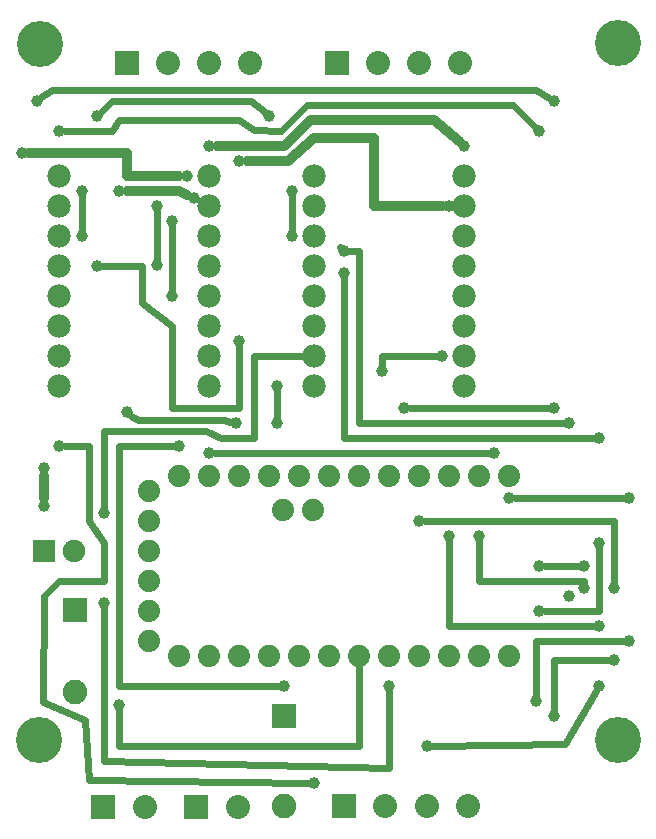
<source format=gtl>
G04 MADE WITH FRITZING*
G04 WWW.FRITZING.ORG*
G04 DOUBLE SIDED*
G04 HOLES PLATED*
G04 CONTOUR ON CENTER OF CONTOUR VECTOR*
%ASAXBY*%
%FSLAX23Y23*%
%MOIN*%
%OFA0B0*%
%SFA1.0B1.0*%
%ADD10C,0.039370*%
%ADD11C,0.082000*%
%ADD12C,0.080000*%
%ADD13C,0.153543*%
%ADD14C,0.075000*%
%ADD15C,0.074000*%
%ADD16C,0.078000*%
%ADD17R,0.082000X0.082000*%
%ADD18R,0.080000X0.080000*%
%ADD19R,0.075000X0.075000*%
%ADD20C,0.032000*%
%ADD21C,0.024000*%
%LNCOPPER1*%
G90*
G70*
G54D10*
X541Y2048D03*
X541Y1798D03*
X491Y2098D03*
X493Y1899D03*
X1516Y2298D03*
X666Y2298D03*
X166Y2348D03*
X591Y2198D03*
X41Y2273D03*
X616Y2123D03*
X116Y1098D03*
X116Y1223D03*
X366Y2148D03*
X766Y2248D03*
X1466Y2098D03*
X291Y2398D03*
X866Y2398D03*
X1316Y1423D03*
X1766Y2348D03*
X1816Y1423D03*
X1241Y1548D03*
X1441Y1598D03*
X1116Y1948D03*
X1866Y1373D03*
X1766Y748D03*
X1116Y1873D03*
X666Y1273D03*
X1616Y1273D03*
X941Y2148D03*
X941Y1998D03*
X241Y2148D03*
X241Y1998D03*
X291Y1898D03*
X766Y1648D03*
X566Y1298D03*
X916Y498D03*
X1916Y898D03*
X1766Y898D03*
X91Y2448D03*
X1816Y2448D03*
X1966Y1323D03*
X1966Y973D03*
X1666Y1123D03*
X2066Y1123D03*
X1366Y1048D03*
X2016Y823D03*
X1466Y998D03*
X1566Y998D03*
X1391Y298D03*
X1916Y823D03*
X1866Y798D03*
X166Y1298D03*
X1966Y698D03*
X1966Y498D03*
X1016Y173D03*
X1266Y498D03*
X316Y1073D03*
X316Y773D03*
X891Y1498D03*
X391Y1409D03*
X366Y434D03*
X1755Y448D03*
X2066Y648D03*
X1816Y398D03*
X2016Y584D03*
X755Y1373D03*
X891Y1373D03*
G54D11*
X218Y751D03*
X218Y475D03*
G54D12*
X1116Y98D03*
X1253Y98D03*
X1391Y98D03*
X1529Y98D03*
X391Y2573D03*
X528Y2573D03*
X666Y2573D03*
X804Y2573D03*
X1091Y2573D03*
X1228Y2573D03*
X1366Y2573D03*
X1504Y2573D03*
G54D11*
X916Y396D03*
X916Y98D03*
G54D12*
X623Y93D03*
X761Y93D03*
X313Y93D03*
X451Y93D03*
G54D13*
X100Y318D03*
X2029Y318D03*
X2029Y2641D03*
X104Y2635D03*
G54D14*
X116Y947D03*
X216Y947D03*
G54D15*
X466Y1148D03*
X466Y1048D03*
X466Y948D03*
X466Y848D03*
X466Y748D03*
X466Y648D03*
X566Y1198D03*
X666Y1198D03*
X766Y1198D03*
X866Y1198D03*
X966Y1198D03*
X911Y1083D03*
X1011Y1083D03*
X1066Y1198D03*
X1166Y1198D03*
X1266Y1198D03*
X1366Y1198D03*
X1466Y1198D03*
X1566Y1198D03*
X1666Y1198D03*
X1666Y598D03*
X1566Y598D03*
X1466Y598D03*
X1366Y598D03*
X1266Y598D03*
X1166Y598D03*
X1066Y598D03*
X966Y598D03*
X866Y598D03*
X766Y598D03*
X666Y598D03*
X566Y598D03*
G54D16*
X667Y2197D03*
X667Y2097D03*
X667Y1997D03*
X667Y1897D03*
X667Y1797D03*
X667Y1697D03*
X667Y1597D03*
X667Y1497D03*
X166Y2198D03*
X166Y2098D03*
X166Y1998D03*
X166Y1898D03*
X166Y1798D03*
X166Y1698D03*
X166Y1598D03*
X166Y1498D03*
X1016Y2198D03*
X1016Y2098D03*
X1016Y1998D03*
X1016Y1898D03*
X1016Y1798D03*
X1016Y1698D03*
X1016Y1598D03*
X1016Y1498D03*
X1516Y2198D03*
X1516Y2098D03*
X1516Y1998D03*
X1516Y1898D03*
X1516Y1798D03*
X1516Y1698D03*
X1516Y1598D03*
X1516Y1498D03*
G54D17*
X218Y751D03*
G54D18*
X1116Y98D03*
X391Y2573D03*
X1091Y2573D03*
G54D17*
X916Y397D03*
G54D18*
X623Y93D03*
X313Y93D03*
G54D19*
X116Y947D03*
G54D20*
X1416Y2384D02*
X1005Y2384D01*
D02*
X1005Y2384D02*
X916Y2298D01*
D02*
X916Y2298D02*
X691Y2298D01*
D02*
X1498Y2314D02*
X1416Y2384D01*
G54D21*
D02*
X491Y2079D02*
X492Y1918D01*
D02*
X541Y2029D02*
X541Y1817D01*
G54D20*
D02*
X116Y1198D02*
X116Y1122D01*
D02*
X566Y2148D02*
X391Y2148D01*
D02*
X594Y2134D02*
X566Y2148D01*
D02*
X66Y2273D02*
X391Y2273D01*
D02*
X391Y2273D02*
X391Y2198D01*
D02*
X391Y2198D02*
X567Y2198D01*
G54D21*
D02*
X1680Y2434D02*
X991Y2434D01*
D02*
X991Y2434D02*
X905Y2348D01*
D02*
X905Y2348D02*
X817Y2349D01*
D02*
X817Y2349D02*
X766Y2384D01*
D02*
X766Y2384D02*
X366Y2384D01*
D02*
X366Y2384D02*
X341Y2348D01*
D02*
X341Y2348D02*
X185Y2348D01*
D02*
X805Y2448D02*
X851Y2410D01*
D02*
X341Y2448D02*
X805Y2448D01*
D02*
X1847Y1373D02*
X1166Y1373D01*
D02*
X1166Y1373D02*
X1166Y1948D01*
D02*
X1241Y1567D02*
X1241Y1598D01*
D02*
X1241Y1598D02*
X1422Y1598D01*
D02*
X1797Y1423D02*
X1335Y1423D01*
D02*
X305Y2411D02*
X341Y2448D01*
D02*
X1753Y2361D02*
X1680Y2434D01*
D02*
X941Y2129D02*
X941Y2017D01*
D02*
X241Y2017D02*
X241Y2129D01*
D02*
X1597Y1273D02*
X685Y1273D01*
D02*
X1785Y748D02*
X1966Y748D01*
D02*
X1966Y748D02*
X1966Y954D01*
D02*
X1947Y1323D02*
X1116Y1323D01*
D02*
X1116Y1323D02*
X1116Y1854D01*
D02*
X1166Y1948D02*
X1116Y1948D01*
D02*
X1116Y1948D02*
X1103Y1961D01*
D02*
X541Y1698D02*
X541Y1423D01*
D02*
X441Y1773D02*
X541Y1698D01*
D02*
X366Y1298D02*
X547Y1298D01*
D02*
X366Y498D02*
X366Y1298D01*
D02*
X897Y498D02*
X366Y498D01*
D02*
X766Y1423D02*
X766Y1629D01*
D02*
X541Y1423D02*
X766Y1423D01*
D02*
X310Y1898D02*
X441Y1898D01*
D02*
X441Y1898D02*
X441Y1773D01*
D02*
X1755Y2484D02*
X141Y2484D01*
D02*
X141Y2484D02*
X107Y2459D01*
D02*
X2016Y1048D02*
X1385Y1048D01*
D02*
X2016Y842D02*
X2016Y1048D01*
D02*
X2047Y1123D02*
X1866Y1123D01*
D02*
X1866Y1123D02*
X1685Y1123D01*
D02*
X1800Y2457D02*
X1755Y2484D01*
D02*
X1785Y898D02*
X1897Y898D01*
D02*
X1410Y298D02*
X1852Y303D01*
D02*
X1852Y303D02*
X1957Y481D01*
D02*
X1947Y698D02*
X1466Y698D01*
D02*
X1466Y698D02*
X1466Y798D01*
D02*
X1916Y848D02*
X1916Y842D01*
D02*
X1566Y848D02*
X1916Y848D01*
D02*
X1466Y798D02*
X1466Y979D01*
D02*
X1566Y979D02*
X1566Y848D01*
D02*
X166Y848D02*
X316Y848D01*
D02*
X112Y442D02*
X116Y798D01*
D02*
X252Y383D02*
X112Y442D01*
D02*
X266Y1048D02*
X266Y1298D01*
D02*
X1266Y479D02*
X1266Y223D01*
D02*
X997Y173D02*
X266Y184D01*
D02*
X266Y184D02*
X252Y383D01*
D02*
X116Y798D02*
X166Y848D01*
D02*
X316Y848D02*
X316Y973D01*
D02*
X316Y973D02*
X266Y1048D01*
D02*
X266Y1298D02*
X185Y1298D01*
D02*
X716Y1384D02*
X737Y1378D01*
D02*
X655Y1348D02*
X705Y1323D01*
D02*
X705Y1323D02*
X816Y1323D01*
D02*
X1166Y509D02*
X1166Y298D01*
D02*
X407Y1398D02*
X430Y1384D01*
D02*
X430Y1384D02*
X716Y1384D01*
D02*
X1166Y298D02*
X366Y298D01*
D02*
X891Y1392D02*
X891Y1479D01*
D02*
X316Y1092D02*
X316Y1348D01*
D02*
X1266Y223D02*
X316Y248D01*
D02*
X316Y248D02*
X316Y754D01*
D02*
X316Y1348D02*
X655Y1348D01*
D02*
X816Y1323D02*
X816Y1598D01*
D02*
X816Y1598D02*
X986Y1598D01*
D02*
X1816Y417D02*
X1816Y584D01*
D02*
X1755Y648D02*
X2047Y648D01*
D02*
X366Y298D02*
X366Y415D01*
D02*
X1166Y566D02*
X1166Y509D01*
D02*
X1755Y467D02*
X1755Y648D01*
G54D20*
D02*
X1442Y2098D02*
X1216Y2098D01*
D02*
X1216Y2098D02*
X1216Y2323D01*
D02*
X1216Y2323D02*
X1016Y2323D01*
D02*
X1016Y2323D02*
X930Y2248D01*
D02*
X930Y2248D02*
X791Y2248D01*
G54D21*
D02*
X1816Y584D02*
X1997Y584D01*
G04 End of Copper1*
M02*
</source>
